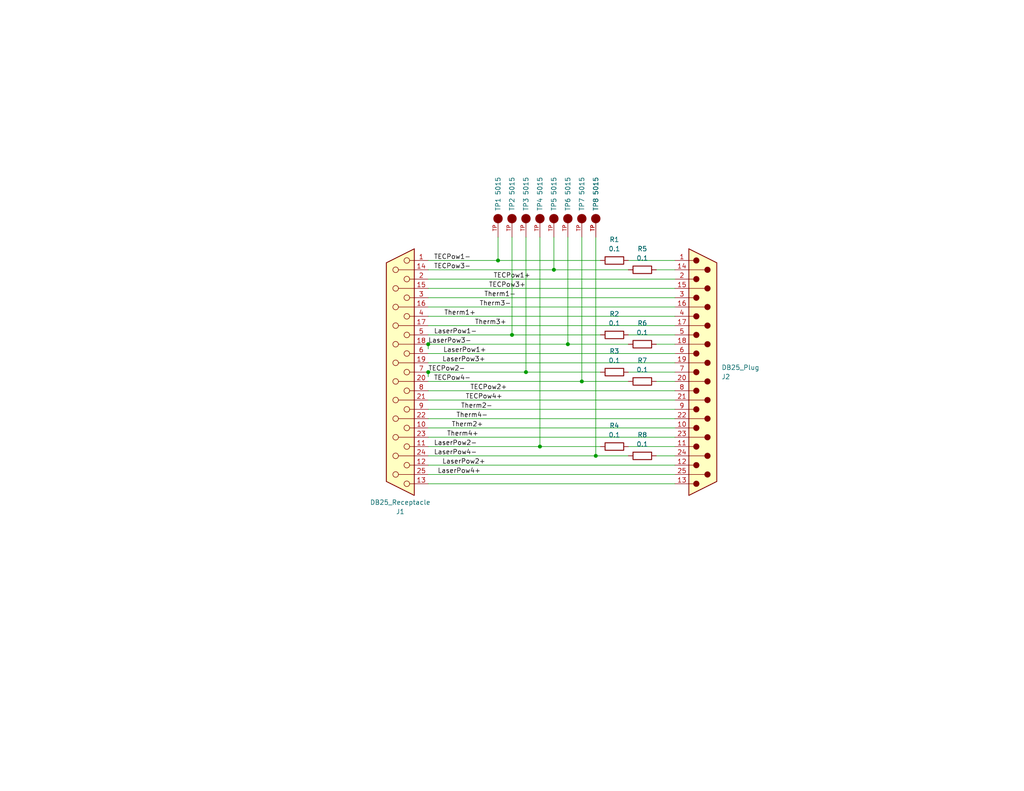
<source format=kicad_sch>
(kicad_sch (version 20230121) (generator eeschema)
  (paper "USLetter")
  (title_block (title "HSHS Test Board 0111"))
  (lib_symbols
    (symbol "Connector:DB25_Plug" (pin_names (offset 1.016) hide)
      (property "Reference" "J" (at 0 34.29 0))
      (property "Value" "DB25_Plug" (at 0 -34.925 0))
      (symbol "DB25_Plug_0_1"
        (circle (center -1.778 -30.48) (radius 0.762) (fill (type outline)))
        (circle (center -1.778 -25.4) (radius 0.762) (fill (type outline)))
        (circle (center -1.778 -20.32) (radius 0.762) (fill (type outline)))
        (circle (center -1.778 -15.24) (radius 0.762) (fill (type outline)))
        (circle (center -1.778 -10.16) (radius 0.762) (fill (type outline)))
        (circle (center -1.778 -5.08) (radius 0.762) (fill (type outline)))
        (circle (center -1.778 0) (radius 0.762) (fill (type outline)))
        (circle (center -1.778 5.08) (radius 0.762) (fill (type outline)))
        (circle (center -1.778 10.16) (radius 0.762) (fill (type outline)))
        (circle (center -1.778 15.24) (radius 0.762) (fill (type outline)))
        (circle (center -1.778 20.32) (radius 0.762) (fill (type outline)))
        (circle (center -1.778 25.4) (radius 0.762) (fill (type outline)))
        (circle (center -1.778 30.48) (radius 0.762) (fill (type outline)))
        (polyline (pts (xy -3.81 -30.48) (xy -2.54 -30.48)))
        (polyline (pts (xy -3.81 -27.94) (xy 0.508 -27.94)))
        (polyline (pts (xy -3.81 -25.4) (xy -2.54 -25.4)))
        (polyline (pts (xy -3.81 -22.86) (xy 0.508 -22.86)))
        (polyline (pts (xy -3.81 -20.32) (xy -2.54 -20.32)))
        (polyline (pts (xy -3.81 -17.78) (xy 0.508 -17.78)))
        (polyline (pts (xy -3.81 -15.24) (xy -2.54 -15.24)))
        (polyline (pts (xy -3.81 -12.7) (xy 0.508 -12.7)))
        (polyline (pts (xy -3.81 -10.16) (xy -2.54 -10.16)))
        (polyline (pts (xy -3.81 -7.62) (xy 0.508 -7.62)))
        (polyline (pts (xy -3.81 -5.08) (xy -2.54 -5.08)))
        (polyline (pts (xy -3.81 -2.54) (xy 0.508 -2.54)))
        (polyline (pts (xy -3.81 0) (xy -2.54 0)))
        (polyline (pts (xy -3.81 2.54) (xy 0.508 2.54)))
        (polyline (pts (xy -3.81 5.08) (xy -2.54 5.08)))
        (polyline (pts (xy -3.81 7.62) (xy 0.508 7.62)))
        (polyline (pts (xy -3.81 10.16) (xy -2.54 10.16)))
        (polyline (pts (xy -3.81 12.7) (xy 0.508 12.7)))
        (polyline (pts (xy -3.81 15.24) (xy -2.54 15.24)))
        (polyline (pts (xy -3.81 17.78) (xy 0.508 17.78)))
        (polyline (pts (xy -3.81 20.32) (xy -2.54 20.32)))
        (polyline (pts (xy -3.81 22.86) (xy 0.508 22.86)))
        (polyline (pts (xy -3.81 25.4) (xy -2.54 25.4)))
        (polyline (pts (xy -3.81 27.94) (xy 0.508 27.94)))
        (polyline (pts (xy -3.81 30.48) (xy -2.54 30.48)))
        (polyline (pts (xy -3.81 -33.655) (xy 3.81 -29.845) (xy 3.81 29.845) (xy -3.81 33.655) (xy -3.81 -33.655)) (stroke (width 0.254)) (fill (type background)))
        (circle (center 1.27 -27.94) (radius 0.762) (fill (type outline)))
        (circle (center 1.27 -22.86) (radius 0.762) (fill (type outline)))
        (circle (center 1.27 -17.78) (radius 0.762) (fill (type outline)))
        (circle (center 1.27 -12.7) (radius 0.762) (fill (type outline)))
        (circle (center 1.27 -7.62) (radius 0.762) (fill (type outline)))
        (circle (center 1.27 -2.54) (radius 0.762) (fill (type outline)))
        (circle (center 1.27 2.54) (radius 0.762) (fill (type outline)))
        (circle (center 1.27 7.62) (radius 0.762) (fill (type outline)))
        (circle (center 1.27 12.7) (radius 0.762) (fill (type outline)))
        (circle (center 1.27 17.78) (radius 0.762) (fill (type outline)))
        (circle (center 1.27 22.86) (radius 0.762) (fill (type outline)))
        (circle (center 1.27 27.94) (radius 0.762) (fill (type outline)))
      )
      (symbol "DB25_Plug_1_1"
        (pin passive line (at -7.62 -30.48 0) (length 3.81) (name "1") (number "1"))
        (pin passive line (at -7.62 15.24 0) (length 3.81) (name "10") (number "10"))
        (pin passive line (at -7.62 20.32 0) (length 3.81) (name "11") (number "11"))
        (pin passive line (at -7.62 25.4 0) (length 3.81) (name "12") (number "12"))
        (pin passive line (at -7.62 30.48 0) (length 3.81) (name "13") (number "13"))
        (pin passive line (at -7.62 -27.94 0) (length 3.81) (name "P14") (number "14"))
        (pin passive line (at -7.62 -22.86 0) (length 3.81) (name "P15") (number "15"))
        (pin passive line (at -7.62 -17.78 0) (length 3.81) (name "P16") (number "16"))
        (pin passive line (at -7.62 -12.7 0) (length 3.81) (name "P17") (number "17"))
        (pin passive line (at -7.62 -7.62 0) (length 3.81) (name "P18") (number "18"))
        (pin passive line (at -7.62 -2.54 0) (length 3.81) (name "P19") (number "19"))
        (pin passive line (at -7.62 -25.4 0) (length 3.81) (name "2") (number "2"))
        (pin passive line (at -7.62 2.54 0) (length 3.81) (name "P20") (number "20"))
        (pin passive line (at -7.62 7.62 0) (length 3.81) (name "P21") (number "21"))
        (pin passive line (at -7.62 12.7 0) (length 3.81) (name "P22") (number "22"))
        (pin passive line (at -7.62 17.78 0) (length 3.81) (name "P23") (number "23"))
        (pin passive line (at -7.62 22.86 0) (length 3.81) (name "P24") (number "24"))
        (pin passive line (at -7.62 27.94 0) (length 3.81) (name "P25") (number "25"))
        (pin passive line (at -7.62 -20.32 0) (length 3.81) (name "3") (number "3"))
        (pin passive line (at -7.62 -15.24 0) (length 3.81) (name "4") (number "4"))
        (pin passive line (at -7.62 -10.16 0) (length 3.81) (name "5") (number "5"))
        (pin passive line (at -7.62 -5.08 0) (length 3.81) (name "6") (number "6"))
        (pin passive line (at -7.62 0 0) (length 3.81) (name "7") (number "7"))
        (pin passive line (at -7.62 5.08 0) (length 3.81) (name "8") (number "8"))
        (pin passive line (at -7.62 10.16 0) (length 3.81) (name "9") (number "9"))
      )
    )
    (symbol "Connector:DB25_Receptacle" (pin_names (offset 1.016) hide)
      (property "Reference" "J" (at 0 34.29 0))
      (property "Value" "DB25_Receptacle" (at 0 -34.925 0))
      (symbol "DB25_Receptacle_0_1"
        (circle (center -1.778 -30.48) (radius 0.762))
        (circle (center -1.778 -25.4) (radius 0.762))
        (circle (center -1.778 -20.32) (radius 0.762))
        (circle (center -1.778 -15.24) (radius 0.762))
        (circle (center -1.778 -10.16) (radius 0.762))
        (circle (center -1.778 -5.08) (radius 0.762))
        (circle (center -1.778 0) (radius 0.762))
        (circle (center -1.778 5.08) (radius 0.762))
        (circle (center -1.778 10.16) (radius 0.762))
        (circle (center -1.778 15.24) (radius 0.762))
        (circle (center -1.778 20.32) (radius 0.762))
        (circle (center -1.778 25.4) (radius 0.762))
        (circle (center -1.778 30.48) (radius 0.762))
        (polyline (pts (xy -3.81 -30.48) (xy -2.54 -30.48)))
        (polyline (pts (xy -3.81 -27.94) (xy 0.508 -27.94)))
        (polyline (pts (xy -3.81 -25.4) (xy -2.54 -25.4)))
        (polyline (pts (xy -3.81 -22.86) (xy 0.508 -22.86)))
        (polyline (pts (xy -3.81 -20.32) (xy -2.54 -20.32)))
        (polyline (pts (xy -3.81 -17.78) (xy 0.508 -17.78)))
        (polyline (pts (xy -3.81 -15.24) (xy -2.54 -15.24)))
        (polyline (pts (xy -3.81 -12.7) (xy 0.508 -12.7)))
        (polyline (pts (xy -3.81 -10.16) (xy -2.54 -10.16)))
        (polyline (pts (xy -3.81 -7.62) (xy 0.508 -7.62)))
        (polyline (pts (xy -3.81 -5.08) (xy -2.54 -5.08)))
        (polyline (pts (xy -3.81 -2.54) (xy 0.508 -2.54)))
        (polyline (pts (xy -3.81 0) (xy -2.54 0)))
        (polyline (pts (xy -3.81 2.54) (xy 0.508 2.54)))
        (polyline (pts (xy -3.81 5.08) (xy -2.54 5.08)))
        (polyline (pts (xy -3.81 7.62) (xy 0.508 7.62)))
        (polyline (pts (xy -3.81 10.16) (xy -2.54 10.16)))
        (polyline (pts (xy -3.81 12.7) (xy 0.508 12.7)))
        (polyline (pts (xy -3.81 15.24) (xy -2.54 15.24)))
        (polyline (pts (xy -3.81 17.78) (xy 0.508 17.78)))
        (polyline (pts (xy -3.81 20.32) (xy -2.54 20.32)))
        (polyline (pts (xy -3.81 22.86) (xy 0.508 22.86)))
        (polyline (pts (xy -3.81 25.4) (xy -2.54 25.4)))
        (polyline (pts (xy -3.81 27.94) (xy 0.508 27.94)))
        (polyline (pts (xy -3.81 30.48) (xy -2.54 30.48)))
        (polyline (pts (xy -3.81 33.655) (xy 3.81 29.845) (xy 3.81 -29.845) (xy -3.81 -33.655) (xy -3.81 33.655)) (stroke (width 0.254)) (fill (type background)))
        (circle (center 1.27 -27.94) (radius 0.762))
        (circle (center 1.27 -22.86) (radius 0.762))
        (circle (center 1.27 -17.78) (radius 0.762))
        (circle (center 1.27 -12.7) (radius 0.762))
        (circle (center 1.27 -7.62) (radius 0.762))
        (circle (center 1.27 -2.54) (radius 0.762))
        (circle (center 1.27 2.54) (radius 0.762))
        (circle (center 1.27 7.62) (radius 0.762))
        (circle (center 1.27 12.7) (radius 0.762))
        (circle (center 1.27 17.78) (radius 0.762))
        (circle (center 1.27 22.86) (radius 0.762))
        (circle (center 1.27 27.94) (radius 0.762))
      )
      (symbol "DB25_Receptacle_1_1"
        (pin passive line (at -7.62 30.48 0) (length 3.81) (name "1") (number "1"))
        (pin passive line (at -7.62 -15.24 0) (length 3.81) (name "10") (number "10"))
        (pin passive line (at -7.62 -20.32 0) (length 3.81) (name "11") (number "11"))
        (pin passive line (at -7.62 -25.4 0) (length 3.81) (name "12") (number "12"))
        (pin passive line (at -7.62 -30.48 0) (length 3.81) (name "13") (number "13"))
        (pin passive line (at -7.62 27.94 0) (length 3.81) (name "P14") (number "14"))
        (pin passive line (at -7.62 22.86 0) (length 3.81) (name "P15") (number "15"))
        (pin passive line (at -7.62 17.78 0) (length 3.81) (name "P16") (number "16"))
        (pin passive line (at -7.62 12.7 0) (length 3.81) (name "P17") (number "17"))
        (pin passive line (at -7.62 7.62 0) (length 3.81) (name "P18") (number "18"))
        (pin passive line (at -7.62 2.54 0) (length 3.81) (name "P19") (number "19"))
        (pin passive line (at -7.62 25.4 0) (length 3.81) (name "2") (number "2"))
        (pin passive line (at -7.62 -2.54 0) (length 3.81) (name "P20") (number "20"))
        (pin passive line (at -7.62 -7.62 0) (length 3.81) (name "P21") (number "21"))
        (pin passive line (at -7.62 -12.7 0) (length 3.81) (name "P22") (number "22"))
        (pin passive line (at -7.62 -17.78 0) (length 3.81) (name "P23") (number "23"))
        (pin passive line (at -7.62 -22.86 0) (length 3.81) (name "P24") (number "24"))
        (pin passive line (at -7.62 -27.94 0) (length 3.81) (name "P25") (number "25"))
        (pin passive line (at -7.62 20.32 0) (length 3.81) (name "3") (number "3"))
        (pin passive line (at -7.62 15.24 0) (length 3.81) (name "4") (number "4"))
        (pin passive line (at -7.62 10.16 0) (length 3.81) (name "5") (number "5"))
        (pin passive line (at -7.62 5.08 0) (length 3.81) (name "6") (number "6"))
        (pin passive line (at -7.62 0 0) (length 3.81) (name "7") (number "7"))
        (pin passive line (at -7.62 -5.08 0) (length 3.81) (name "8") (number "8"))
        (pin passive line (at -7.62 -10.16 0) (length 3.81) (name "9") (number "9"))
      )
    )
    (symbol "Device:R" (pin_numbers hide) (pin_names (offset 0))
      (property "Reference" "R" (at 2.032 0 90))
      (property "Value" "R" (at 0 0 90))
      (symbol "R_0_1"
        (rectangle (start -1.016 -2.54) (end 1.016 2.54) (stroke (width 0.254)))
      )
      (symbol "R_1_1"
        (pin passive line (at 0 3.81 270) (length 1.27) (name "~") (number "1"))
        (pin passive line (at 0 -3.81 90) (length 1.27) (name "~") (number "2"))
      )
    )
    (symbol "Global_Symbol_Library:5015" (pin_names (offset 1.016))
      (property "Reference" "TP" (at -2.54 2.54 0))
      (property "Value" "5015" (at -2.54 -3.81 0))
      (symbol "5015_0_0"
        (circle (center 0 0) (radius 0.635) (stroke (width 1.27)))
        (pin passive line (at -5.08 0 0) (length 5.08) (name "~") (number "TP"))
      )
    )
  )
  (junction (at 147.32 121.92))
  (junction (at 143.51 101.6))
  (junction (at 139.7 91.44))
  (junction (at 116.84 101.6))
  (junction (at 162.56 124.46))
  (junction (at 154.94 93.98))
  (junction (at 158.75 104.14))
  (junction (at 135.89 71.12))
  (junction (at 116.84 93.98))
  (junction (at 151.13 73.66))
  (wire (pts (xy 158.75 104.14) (xy 171.45 104.14)))
  (wire (pts (xy 162.56 64.77) (xy 162.56 124.46)))
  (wire (pts (xy 139.7 64.77) (xy 139.7 91.44)))
  (wire (pts (xy 147.32 64.77) (xy 147.32 121.92)))
  (wire (pts (xy 116.84 76.2) (xy 184.15 76.2)))
  (wire (pts (xy 116.84 83.82) (xy 184.15 83.82)))
  (wire (pts (xy 171.45 71.12) (xy 184.15 71.12)))
  (wire (pts (xy 143.51 101.6) (xy 163.83 101.6)))
  (wire (pts (xy 116.84 71.12) (xy 135.89 71.12)))
  (wire (pts (xy 116.84 116.84) (xy 184.15 116.84)))
  (wire (pts (xy 116.84 104.14) (xy 158.75 104.14)))
  (wire (pts (xy 116.84 129.54) (xy 184.15 129.54)))
  (wire (pts (xy 147.32 121.92) (xy 163.83 121.92)))
  (wire (pts (xy 116.84 93.98) (xy 116.84 95.25)))
  (wire (pts (xy 116.84 114.3) (xy 184.15 114.3)))
  (wire (pts (xy 116.84 96.52) (xy 184.15 96.52)))
  (wire (pts (xy 151.13 64.77) (xy 151.13 73.66)))
  (wire (pts (xy 116.84 106.68) (xy 184.15 106.68)))
  (wire (pts (xy 116.84 86.36) (xy 184.15 86.36)))
  (wire (pts (xy 116.84 111.76) (xy 184.15 111.76)))
  (wire (pts (xy 116.84 99.06) (xy 184.15 99.06)))
  (wire (pts (xy 135.89 64.77) (xy 135.89 71.12)))
  (wire (pts (xy 116.84 124.46) (xy 162.56 124.46)))
  (wire (pts (xy 151.13 73.66) (xy 171.45 73.66)))
  (wire (pts (xy 116.84 73.66) (xy 151.13 73.66)))
  (wire (pts (xy 162.56 124.46) (xy 171.45 124.46)))
  (wire (pts (xy 179.07 93.98) (xy 184.15 93.98)))
  (wire (pts (xy 116.84 78.74) (xy 184.15 78.74)))
  (wire (pts (xy 171.45 91.44) (xy 184.15 91.44)))
  (wire (pts (xy 135.89 71.12) (xy 163.83 71.12)))
  (wire (pts (xy 116.84 101.6) (xy 143.51 101.6)))
  (wire (pts (xy 158.75 64.77) (xy 158.75 104.14)))
  (wire (pts (xy 116.84 88.9) (xy 184.15 88.9)))
  (wire (pts (xy 116.84 121.92) (xy 147.32 121.92)))
  (wire (pts (xy 116.84 109.22) (xy 184.15 109.22)))
  (wire (pts (xy 171.45 121.92) (xy 184.15 121.92)))
  (wire (pts (xy 154.94 93.98) (xy 171.45 93.98)))
  (wire (pts (xy 116.84 91.44) (xy 139.7 91.44)))
  (wire (pts (xy 154.94 64.77) (xy 154.94 93.98)))
  (wire (pts (xy 116.84 81.28) (xy 184.15 81.28)))
  (wire (pts (xy 116.84 101.6) (xy 116.84 102.87)))
  (wire (pts (xy 143.51 64.77) (xy 143.51 101.6)))
  (wire (pts (xy 116.84 93.98) (xy 154.94 93.98)))
  (wire (pts (xy 139.7 91.44) (xy 163.83 91.44)))
  (wire (pts (xy 179.07 73.66) (xy 184.15 73.66)))
  (wire (pts (xy 171.45 101.6) (xy 184.15 101.6)))
  (wire (pts (xy 116.84 127) (xy 184.15 127)))
  (wire (pts (xy 179.07 104.14) (xy 184.15 104.14)))
  (wire (pts (xy 116.84 132.08) (xy 184.15 132.08)))
  (wire (pts (xy 179.07 124.46) (xy 184.15 124.46)))
  (wire (pts (xy 116.84 119.38) (xy 184.15 119.38)))
  (label "TECPow1+" (at 134.62 76.2 0))
  (label "Therm1+" (at 121.158 86.36 0))
  (label "Therm4-" (at 124.46 114.3 0))
  (label "TECPow3-" (at 118.364 73.66 0))
  (label "Therm2+" (at 123.19 116.84 0))
  (label "Therm1-" (at 132.08 81.28 0))
  (label "LaserPow4+" (at 119.38 129.54 0))
  (label "LaserPow2-" (at 118.364 121.92 0))
  (label "Therm3+" (at 129.54 88.9 0))
  (label "Therm4+" (at 121.92 119.38 0))
  (label "TECPow2-" (at 116.84 101.6 0))
  (label "TECPow3+" (at 133.35 78.74 0))
  (label "TECPow2+" (at 128.27 106.68 0))
  (label "TECPow4+" (at 127 109.22 0))
  (label "LaserPow4-" (at 118.364 124.46 0))
  (label "LaserPow3-" (at 116.84 93.98 0))
  (label "Therm2-" (at 125.73 111.76 0))
  (label "LaserPow2+" (at 120.65 127 0))
  (label "Therm3-" (at 130.81 83.82 0))
  (label "LaserPow3+" (at 120.65 99.06 0))
  (label "LaserPow1+" (at 120.904 96.52 0))
  (label "TECPow1-" (at 118.364 71.12 0))
  (label "LaserPow1-" (at 118.364 91.44 0))
  (label "TECPow4-" (at 118.364 104.14 0))
  (symbol (lib_id "Global_Symbol_Library:5015") (at 143.51 59.69 90) (unit 1)
    (property "Reference" "TP3" (at 143.51 53.975 0) (effects (justify right)))
    (property "Value" "5015" (at 143.51 48.26 0) (effects (justify right)))
    (property "Footprint" "Global_Footprint_Library:KEYSTONE_5015" (effects hide))
    (property "Datasheet" "https://www.keyelco.com/userAssets/file/M65p55.pdf" (effects hide))
    (property "MF" "Keystone Electronics" (effects hide))
    (property "DESCRIPTION" "SMT Test Point- Micro Miniature-1000 pc Reels" (effects hide))
    (property "PACKAGE" "None" (effects hide))
    (property "PRICE" "0.3684" (effects hide))
    (property "MP" "5015" (effects hide))
    (property "AVAILABILITY" "In Stock" (effects hide))
    (property "PURCHASE-URL" "https://pricing.snapeda.com/search/part/5015/?ref=eda" (effects hide))
    (property "Digikey_Part_Number" "36-5015CT-ND" (effects hide))
    (property "Manufacturer Part Number" "5015" (effects hide))
    (property "Manufacturer_Name" "Keystone Electronics" (effects hide))
    (property "Digikey Price Stock" "https://www.digikey.com/en/products/detail/keystone-electronics/5015/278885?s=N4IgTCBcDaIMwDYC0BWADARhQYQCpIDkAREAXQF8g" (effects hide))
  )
  (symbol (lib_id "Device:R") (at 167.64 71.12 90) (unit 1)
    (property "Reference" "R1" (at 167.64 65.405 90))
    (property "Value" "0.1" (at 167.64 67.945 90))
    (property "Footprint" "Resistor_SMD:R_0805_2012Metric" (effects hide))
  )
  (symbol (lib_id "Device:R") (at 175.26 104.14 90) (unit 1)
    (property "Reference" "R7" (at 175.26 98.425 90))
    (property "Value" "0.1" (at 175.26 100.965 90))
    (property "Footprint" "Resistor_SMD:R_0805_2012Metric" (effects hide))
  )
  (symbol (lib_id "Global_Symbol_Library:5015") (at 158.75 59.69 90) (unit 1)
    (property "Reference" "TP7" (at 158.75 53.975 0) (effects (justify right)))
    (property "Value" "5015" (at 158.75 48.26 0) (effects (justify right)))
    (property "Footprint" "Global_Footprint_Library:KEYSTONE_5015" (effects hide))
    (property "Datasheet" "https://www.keyelco.com/userAssets/file/M65p55.pdf" (effects hide))
    (property "MF" "Keystone Electronics" (effects hide))
    (property "DESCRIPTION" "SMT Test Point- Micro Miniature-1000 pc Reels" (effects hide))
    (property "PACKAGE" "None" (effects hide))
    (property "PRICE" "0.3684" (effects hide))
    (property "MP" "5015" (effects hide))
    (property "AVAILABILITY" "In Stock" (effects hide))
    (property "PURCHASE-URL" "https://pricing.snapeda.com/search/part/5015/?ref=eda" (effects hide))
    (property "Digikey_Part_Number" "36-5015CT-ND" (effects hide))
    (property "Manufacturer Part Number" "5015" (effects hide))
    (property "Manufacturer_Name" "Keystone Electronics" (effects hide))
    (property "Digikey Price Stock" "https://www.digikey.com/en/products/detail/keystone-electronics/5015/278885?s=N4IgTCBcDaIMwDYC0BWADARhQYQCpIDkAREAXQF8g" (effects hide))
  )
  (symbol (lib_id "Device:R") (at 167.64 101.6 90) (unit 1)
    (property "Reference" "R3" (at 167.64 95.885 90))
    (property "Value" "0.1" (at 167.64 98.425 90))
    (property "Footprint" "Resistor_SMD:R_0805_2012Metric" (effects hide))
  )
  (symbol (lib_id "Global_Symbol_Library:5015") (at 147.32 59.69 90) (unit 1)
    (property "Reference" "TP4" (at 147.32 53.975 0) (effects (justify right)))
    (property "Value" "5015" (at 147.32 48.26 0) (effects (justify right)))
    (property "Footprint" "Global_Footprint_Library:KEYSTONE_5015" (effects hide))
    (property "Datasheet" "https://www.keyelco.com/userAssets/file/M65p55.pdf" (effects hide))
    (property "MF" "Keystone Electronics" (effects hide))
    (property "DESCRIPTION" "SMT Test Point- Micro Miniature-1000 pc Reels" (effects hide))
    (property "PACKAGE" "None" (effects hide))
    (property "PRICE" "0.3684" (effects hide))
    (property "MP" "5015" (effects hide))
    (property "AVAILABILITY" "In Stock" (effects hide))
    (property "PURCHASE-URL" "https://pricing.snapeda.com/search/part/5015/?ref=eda" (effects hide))
    (property "Digikey_Part_Number" "36-5015CT-ND" (effects hide))
    (property "Manufacturer Part Number" "5015" (effects hide))
    (property "Manufacturer_Name" "Keystone Electronics" (effects hide))
    (property "Digikey Price Stock" "https://www.digikey.com/en/products/detail/keystone-electronics/5015/278885?s=N4IgTCBcDaIMwDYC0BWADARhQYQCpIDkAREAXQF8g" (effects hide))
  )
  (symbol (lib_id "Device:R") (at 167.64 121.92 90) (unit 1)
    (property "Reference" "R4" (at 167.64 116.205 90))
    (property "Value" "0.1" (at 167.64 118.745 90))
    (property "Footprint" "Resistor_SMD:R_0805_2012Metric" (effects hide))
  )
  (symbol (lib_id "Connector:DB25_Receptacle") (at 109.22 101.6 0) (mirror y) (unit 1)
    (property "Reference" "J1" (at 109.22 139.7 0))
    (property "Value" "DB25_Receptacle" (at 109.22 137.16 0))
    (property "Footprint" "Global_Footprint_Library:57888011_A" (effects hide))
    (property "Datasheet" "https://www.te.com/commerce/DocumentDelivery/DDEController?Action=showdoc&DocId=Customer+Drawing%7F5788801%7FO%7Fpdf%7FEnglish%7FENG_CD_5788801_O.pdf%7F5788801-1" (effects hide))
    (property "Arrow Part Number" "5788801-1" (effects hide))
    (property "Arrow Price/Stock" "https://www.arrow.com/en/products/5788801-1/te-connectivity?region=nac" (effects hide))
    (property "DESCRIPTION" "CONN D-SUB RCPT 25POS R/A SLDR" (effects hide))
    (property "Digikey Price Stock" "https://www.digikey.com/en/products/detail/te-connectivity-amp-connectors/5788801-1/1279852?s=N4IgTCBcDaIIIGYCsBGBBOAtAOQCIgF0BfIA" (effects hide))
    (property "Digikey_Part_Number" "A35139-ND" (effects hide))
    (property "Height" "12.93" (effects hide))
    (property "Manufacturer Part Number" "5788801-1" (effects hide))
    (property "Manufacturer_Name" "TE Connectivity" (effects hide))
    (property "Mouser Part Number" "571-5788801-1" (effects hide))
    (property "Mouser Price/Stock" "https://www.mouser.co.uk/ProductDetail/TE-Connectivity-AMP/5788801-1?qs=PmjM%2FwY1RToSHOZP%252ByStZg%3D%3D" (effects hide))
    (property "PRICE" "8.04" (effects hide))
  )
  (symbol (lib_id "Device:R") (at 167.64 91.44 90) (unit 1)
    (property "Reference" "R2" (at 167.64 85.725 90))
    (property "Value" "0.1" (at 167.64 88.265 90))
    (property "Footprint" "Resistor_SMD:R_0805_2012Metric" (effects hide))
  )
  (symbol (lib_id "Device:R") (at 175.26 73.66 90) (unit 1)
    (property "Reference" "R5" (at 175.26 67.945 90))
    (property "Value" "0.1" (at 175.26 70.485 90))
    (property "Footprint" "Resistor_SMD:R_0805_2012Metric" (effects hide))
  )
  (symbol (lib_id "Global_Symbol_Library:5015") (at 162.56 59.69 90) (unit 1)
    (property "Reference" "TP8" (at 162.56 53.975 0) (effects (justify right)))
    (property "Value" "5015" (at 162.56 48.26 0) (effects (justify right)))
    (property "Footprint" "Global_Footprint_Library:KEYSTONE_5015" (effects hide))
    (property "Datasheet" "https://www.keyelco.com/userAssets/file/M65p55.pdf" (effects hide))
    (property "MF" "Keystone Electronics" (effects hide))
    (property "DESCRIPTION" "SMT Test Point- Micro Miniature-1000 pc Reels" (effects hide))
    (property "PACKAGE" "None" (effects hide))
    (property "PRICE" "0.3684" (effects hide))
    (property "MP" "5015" (effects hide))
    (property "AVAILABILITY" "In Stock" (effects hide))
    (property "PURCHASE-URL" "https://pricing.snapeda.com/search/part/5015/?ref=eda" (effects hide))
    (property "Digikey_Part_Number" "36-5015CT-ND" (effects hide))
    (property "Manufacturer Part Number" "5015" (effects hide))
    (property "Manufacturer_Name" "Keystone Electronics" (effects hide))
    (property "Digikey Price Stock" "https://www.digikey.com/en/products/detail/keystone-electronics/5015/278885?s=N4IgTCBcDaIMwDYC0BWADARhQYQCpIDkAREAXQF8g" (effects hide))
  )
  (symbol (lib_id "Global_Symbol_Library:5015") (at 135.89 59.69 90) (unit 1)
    (property "Reference" "TP1" (at 135.89 53.975 0) (effects (justify right)))
    (property "Value" "5015" (at 135.89 48.26 0) (effects (justify right)))
    (property "Footprint" "Global_Footprint_Library:KEYSTONE_5015" (effects hide))
    (property "Datasheet" "https://www.keyelco.com/userAssets/file/M65p55.pdf" (effects hide))
    (property "MF" "Keystone Electronics" (effects hide))
    (property "DESCRIPTION" "SMT Test Point- Micro Miniature-1000 pc Reels" (effects hide))
    (property "PACKAGE" "None" (effects hide))
    (property "PRICE" "0.3684" (effects hide))
    (property "MP" "5015" (effects hide))
    (property "AVAILABILITY" "In Stock" (effects hide))
    (property "PURCHASE-URL" "https://pricing.snapeda.com/search/part/5015/?ref=eda" (effects hide))
    (property "Digikey_Part_Number" "36-5015CT-ND" (effects hide))
    (property "Manufacturer Part Number" "5015" (effects hide))
    (property "Manufacturer_Name" "Keystone Electronics" (effects hide))
    (property "Digikey Price Stock" "https://www.digikey.com/en/products/detail/keystone-electronics/5015/278885?s=N4IgTCBcDaIMwDYC0BWADARhQYQCpIDkAREAXQF8g" (effects hide))
  )
  (symbol (lib_id "Global_Symbol_Library:5015") (at 139.7 59.69 90) (unit 1)
    (property "Reference" "TP2" (at 139.7 53.975 0) (effects (justify right)))
    (property "Value" "5015" (at 139.7 48.26 0) (effects (justify right)))
    (property "Footprint" "Global_Footprint_Library:KEYSTONE_5015" (effects hide))
    (property "Datasheet" "https://www.keyelco.com/userAssets/file/M65p55.pdf" (effects hide))
    (property "MF" "Keystone Electronics" (effects hide))
    (property "DESCRIPTION" "SMT Test Point- Micro Miniature-1000 pc Reels" (effects hide))
    (property "PACKAGE" "None" (effects hide))
    (property "PRICE" "0.3684" (effects hide))
    (property "MP" "5015" (effects hide))
    (property "AVAILABILITY" "In Stock" (effects hide))
    (property "PURCHASE-URL" "https://pricing.snapeda.com/search/part/5015/?ref=eda" (effects hide))
    (property "Digikey_Part_Number" "36-5015CT-ND" (effects hide))
    (property "Manufacturer Part Number" "5015" (effects hide))
    (property "Manufacturer_Name" "Keystone Electronics" (effects hide))
    (property "Digikey Price Stock" "https://www.digikey.com/en/products/detail/keystone-electronics/5015/278885?s=N4IgTCBcDaIMwDYC0BWADARhQYQCpIDkAREAXQF8g" (effects hide))
  )
  (symbol (lib_id "Connector:DB25_Plug") (at 191.77 101.6 0) (mirror x) (unit 1)
    (property "Reference" "J2" (at 196.85 102.87 0) (effects (justify left)))
    (property "Value" "DB25_Plug" (at 196.85 100.33 0) (effects (justify left)))
    (property "Footprint" "Global_Footprint_Library:5788794_1 Mod From 57888011_A" (effects hide))
    (property "Datasheet" "https://www.te.com/commerce/DocumentDelivery/DDEController?Action=srchrtrv&DocNm=5788794&DocType=Customer+Drawing&DocLang=English" (effects hide))
    (property "Digikey Price Stock" "https://www.digikey.com/en/products/detail/te-connectivity-amp-connectors/5788794-1/1279845" (effects hide))
    (property "Manufacturer Part Number" "5788794-1" (effects hide))
    (property "DESCRIPTION" "CONN D-SUB PLUG 25POS R/A SLDR" (effects hide))
    (property "Digikey_Part_Number" "A35132-ND" (effects hide))
    (property "Manufacturer_Name" "TE Connectivity" (effects hide))
  )
  (symbol (lib_id "Device:R") (at 175.26 124.46 90) (unit 1)
    (property "Reference" "R8" (at 175.26 118.745 90))
    (property "Value" "0.1" (at 175.26 121.285 90))
    (property "Footprint" "Resistor_SMD:R_0805_2012Metric" (effects hide))
  )
  (symbol (lib_id "Device:R") (at 175.26 93.98 90) (unit 1)
    (property "Reference" "R6" (at 175.26 88.265 90))
    (property "Value" "0.1" (at 175.26 90.805 90))
    (property "Footprint" "Resistor_SMD:R_0805_2012Metric" (effects hide))
  )
  (symbol (lib_id "Global_Symbol_Library:5015") (at 154.94 59.69 90) (unit 1)
    (property "Reference" "TP6" (at 154.94 53.975 0) (effects (justify right)))
    (property "Value" "5015" (at 154.94 48.26 0) (effects (justify right)))
    (property "Footprint" "Global_Footprint_Library:KEYSTONE_5015" (effects hide))
    (property "Datasheet" "https://www.keyelco.com/userAssets/file/M65p55.pdf" (effects hide))
    (property "MF" "Keystone Electronics" (effects hide))
    (property "DESCRIPTION" "SMT Test Point- Micro Miniature-1000 pc Reels" (effects hide))
    (property "PACKAGE" "None" (effects hide))
    (property "PRICE" "0.3684" (effects hide))
    (property "MP" "5015" (effects hide))
    (property "AVAILABILITY" "In Stock" (effects hide))
    (property "PURCHASE-URL" "https://pricing.snapeda.com/search/part/5015/?ref=eda" (effects hide))
    (property "Digikey_Part_Number" "36-5015CT-ND" (effects hide))
    (property "Manufacturer Part Number" "5015" (effects hide))
    (property "Manufacturer_Name" "Keystone Electronics" (effects hide))
    (property "Digikey Price Stock" "https://www.digikey.com/en/products/detail/keystone-electronics/5015/278885?s=N4IgTCBcDaIMwDYC0BWADARhQYQCpIDkAREAXQF8g" (effects hide))
  )
  (symbol (lib_id "Global_Symbol_Library:5015") (at 151.13 59.69 90) (unit 1)
    (property "Reference" "TP5" (at 151.13 53.975 0) (effects (justify right)))
    (property "Value" "5015" (at 151.13 48.26 0) (effects (justify right)))
    (property "Footprint" "Global_Footprint_Library:KEYSTONE_5015" (effects hide))
    (property "Datasheet" "https://www.keyelco.com/userAssets/file/M65p55.pdf" (effects hide))
    (property "MF" "Keystone Electronics" (effects hide))
    (property "DESCRIPTION" "SMT Test Point- Micro Miniature-1000 pc Reels" (effects hide))
    (property "PACKAGE" "None" (effects hide))
    (property "PRICE" "0.3684" (effects hide))
    (property "MP" "5015" (effects hide))
    (property "AVAILABILITY" "In Stock" (effects hide))
    (property "PURCHASE-URL" "https://pricing.snapeda.com/search/part/5015/?ref=eda" (effects hide))
    (property "Digikey_Part_Number" "36-5015CT-ND" (effects hide))
    (property "Manufacturer Part Number" "5015" (effects hide))
    (property "Manufacturer_Name" "Keystone Electronics" (effects hide))
    (property "Digikey Price Stock" "https://www.digikey.com/en/products/detail/keystone-electronics/5015/278885?s=N4IgTCBcDaIMwDYC0BWADARhQYQCpIDkAREAXQF8g" (effects hide))
  )
)
</source>
